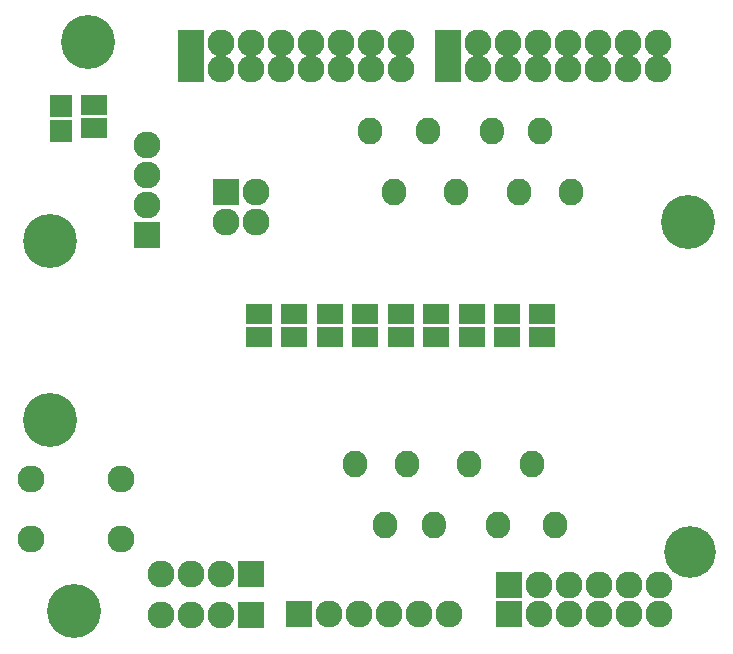
<source format=gts>
G04 (created by PCBNEW-RS274X (2011-nov-30)-testing) date Wed 20 Jun 2012 12:50:12 PM EDT*
%MOIN*%
G04 Gerber Fmt 3.4, Leading zero omitted, Abs format*
%FSLAX34Y34*%
G01*
G70*
G90*
G04 APERTURE LIST*
%ADD10C,0.006*%
%ADD11R,0.085X0.065*%
%ADD12R,0.0772X0.0772*%
%ADD13R,0.09X0.09*%
%ADD14C,0.09*%
%ADD15O,0.0811X0.089*%
%ADD16O,0.081X0.0889*%
%ADD17C,0.1721*%
%ADD18C,0.18*%
%ADD19C,0.1799*%
G04 APERTURE END LIST*
G54D10*
G54D11*
X8677Y11462D03*
X8677Y10712D03*
G54D12*
X2063Y18390D03*
X2063Y17564D03*
G54D13*
X7587Y15524D03*
G54D14*
X8587Y15524D03*
X7587Y14524D03*
X8587Y14524D03*
G54D13*
X9996Y1480D03*
G54D14*
X10996Y1480D03*
X11996Y1480D03*
X12996Y1480D03*
X13996Y1480D03*
X14996Y1480D03*
X4075Y5984D03*
X4075Y3984D03*
X1076Y5984D03*
X1076Y3984D03*
G54D13*
X6420Y19640D03*
G54D14*
X7420Y19640D03*
X8420Y19640D03*
X9420Y19640D03*
X10420Y19640D03*
X11420Y19640D03*
X12420Y19640D03*
X13420Y19640D03*
G54D13*
X14980Y20509D03*
G54D14*
X15980Y20509D03*
X16980Y20509D03*
X17980Y20509D03*
X18980Y20509D03*
X19980Y20509D03*
X20980Y20509D03*
X21980Y20509D03*
G54D13*
X14970Y19640D03*
G54D14*
X15970Y19640D03*
X16970Y19640D03*
X17970Y19640D03*
X18970Y19640D03*
X19970Y19640D03*
X20970Y19640D03*
X21970Y19640D03*
G54D13*
X6398Y20508D03*
G54D14*
X7398Y20508D03*
X8398Y20508D03*
X9398Y20508D03*
X10398Y20508D03*
X11398Y20508D03*
X12398Y20508D03*
X13398Y20508D03*
G54D13*
X17004Y1480D03*
G54D14*
X18004Y1480D03*
X19004Y1480D03*
X20004Y1480D03*
X21004Y1480D03*
X22004Y1480D03*
G54D13*
X17004Y2425D03*
G54D14*
X18004Y2425D03*
X19004Y2425D03*
X20004Y2425D03*
X21004Y2425D03*
X22004Y2425D03*
G54D13*
X8406Y1441D03*
G54D14*
X7406Y1441D03*
X6406Y1441D03*
X5406Y1441D03*
G54D15*
X12376Y17583D03*
X13165Y15535D03*
X14305Y17583D03*
X15251Y15535D03*
G54D16*
X16430Y17583D03*
G54D15*
X17338Y15535D03*
X18046Y17583D03*
X19070Y15535D03*
X18560Y4434D03*
X17771Y6482D03*
X16631Y4434D03*
X15685Y6482D03*
G54D16*
X14506Y4434D03*
G54D15*
X13598Y6482D03*
X12890Y4434D03*
X11866Y6482D03*
G54D17*
X23047Y3528D03*
G54D18*
X2496Y1559D03*
X2969Y20535D03*
X22969Y14551D03*
X1708Y7937D03*
G54D19*
X1707Y13921D03*
G54D13*
X4937Y14114D03*
G54D14*
X4937Y15114D03*
X4937Y16114D03*
X4937Y17114D03*
G54D13*
X8406Y2819D03*
G54D14*
X7406Y2819D03*
X6406Y2819D03*
X5406Y2819D03*
G54D11*
X9858Y10712D03*
X9858Y11462D03*
X11039Y10712D03*
X11039Y11462D03*
X12220Y10712D03*
X12220Y11462D03*
X13402Y10711D03*
X13402Y11461D03*
X14583Y10711D03*
X14583Y11461D03*
X15764Y10711D03*
X15764Y11461D03*
X16945Y10711D03*
X16945Y11461D03*
X18127Y10711D03*
X18127Y11461D03*
X3166Y17681D03*
X3166Y18431D03*
M02*

</source>
